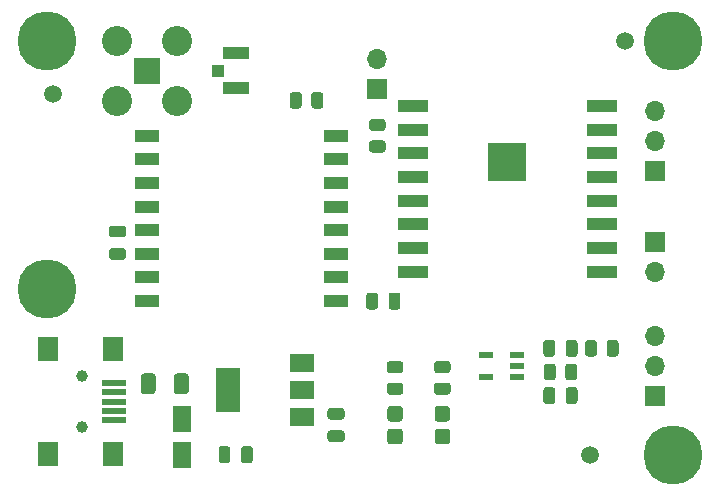
<source format=gbr>
%TF.GenerationSoftware,KiCad,Pcbnew,5.1.10-88a1d61d58~88~ubuntu20.04.1*%
%TF.CreationDate,2021-08-10T15:11:50-03:00*%
%TF.ProjectId,lora_end_device,6c6f7261-5f65-46e6-945f-646576696365,rev?*%
%TF.SameCoordinates,Original*%
%TF.FileFunction,Soldermask,Top*%
%TF.FilePolarity,Negative*%
%FSLAX46Y46*%
G04 Gerber Fmt 4.6, Leading zero omitted, Abs format (unit mm)*
G04 Created by KiCad (PCBNEW 5.1.10-88a1d61d58~88~ubuntu20.04.1) date 2021-08-10 15:11:50*
%MOMM*%
%LPD*%
G01*
G04 APERTURE LIST*
%ADD10R,2.000000X3.800000*%
%ADD11R,2.000000X1.500000*%
%ADD12C,1.500000*%
%ADD13C,5.000000*%
%ADD14O,1.700000X1.700000*%
%ADD15R,1.700000X1.700000*%
%ADD16R,1.600000X2.200000*%
%ADD17R,2.000000X0.500000*%
%ADD18R,1.700000X2.000000*%
%ADD19C,1.000000*%
%ADD20R,1.050000X1.000000*%
%ADD21R,2.200000X1.050000*%
%ADD22R,2.250000X2.250000*%
%ADD23C,2.550000*%
%ADD24R,1.200000X0.550000*%
%ADD25R,2.000000X1.000000*%
%ADD26R,2.600000X1.100000*%
%ADD27R,3.200000X3.200000*%
G04 APERTURE END LIST*
D10*
%TO.C,U3*%
X76350000Y-90500000D03*
D11*
X82650000Y-90500000D03*
X82650000Y-88200000D03*
X82650000Y-92800000D03*
%TD*%
D12*
%TO.C,FID3*%
X107000000Y-96000000D03*
%TD*%
%TO.C,FID2*%
X110000000Y-61000000D03*
%TD*%
D13*
%TO.C,H4*%
X114000000Y-96000000D03*
%TD*%
%TO.C,H3*%
X114000000Y-61000000D03*
%TD*%
%TO.C,H2*%
X61000000Y-61000000D03*
%TD*%
%TO.C,H1*%
X61000000Y-82000000D03*
%TD*%
D12*
%TO.C,FID1*%
X61500000Y-65500000D03*
%TD*%
D14*
%TO.C,J7*%
X112500000Y-85920000D03*
X112500000Y-88460000D03*
D15*
X112500000Y-91000000D03*
%TD*%
D16*
%TO.C,C1*%
X72500000Y-93000000D03*
X72500000Y-96000000D03*
%TD*%
%TO.C,C2*%
G36*
G01*
X103050000Y-87475000D02*
X103050000Y-86525000D01*
G75*
G02*
X103300000Y-86275000I250000J0D01*
G01*
X103800000Y-86275000D01*
G75*
G02*
X104050000Y-86525000I0J-250000D01*
G01*
X104050000Y-87475000D01*
G75*
G02*
X103800000Y-87725000I-250000J0D01*
G01*
X103300000Y-87725000D01*
G75*
G02*
X103050000Y-87475000I0J250000D01*
G01*
G37*
G36*
G01*
X104950000Y-87475000D02*
X104950000Y-86525000D01*
G75*
G02*
X105200000Y-86275000I250000J0D01*
G01*
X105700000Y-86275000D01*
G75*
G02*
X105950000Y-86525000I0J-250000D01*
G01*
X105950000Y-87475000D01*
G75*
G02*
X105700000Y-87725000I-250000J0D01*
G01*
X105200000Y-87725000D01*
G75*
G02*
X104950000Y-87475000I0J250000D01*
G01*
G37*
%TD*%
%TO.C,C3*%
G36*
G01*
X103050000Y-91475000D02*
X103050000Y-90525000D01*
G75*
G02*
X103300000Y-90275000I250000J0D01*
G01*
X103800000Y-90275000D01*
G75*
G02*
X104050000Y-90525000I0J-250000D01*
G01*
X104050000Y-91475000D01*
G75*
G02*
X103800000Y-91725000I-250000J0D01*
G01*
X103300000Y-91725000D01*
G75*
G02*
X103050000Y-91475000I0J250000D01*
G01*
G37*
G36*
G01*
X104950000Y-91475000D02*
X104950000Y-90525000D01*
G75*
G02*
X105200000Y-90275000I250000J0D01*
G01*
X105700000Y-90275000D01*
G75*
G02*
X105950000Y-90525000I0J-250000D01*
G01*
X105950000Y-91475000D01*
G75*
G02*
X105700000Y-91725000I-250000J0D01*
G01*
X105200000Y-91725000D01*
G75*
G02*
X104950000Y-91475000I0J250000D01*
G01*
G37*
%TD*%
%TO.C,C4*%
G36*
G01*
X77450000Y-96475000D02*
X77450000Y-95525000D01*
G75*
G02*
X77700000Y-95275000I250000J0D01*
G01*
X78200000Y-95275000D01*
G75*
G02*
X78450000Y-95525000I0J-250000D01*
G01*
X78450000Y-96475000D01*
G75*
G02*
X78200000Y-96725000I-250000J0D01*
G01*
X77700000Y-96725000D01*
G75*
G02*
X77450000Y-96475000I0J250000D01*
G01*
G37*
G36*
G01*
X75550000Y-96475000D02*
X75550000Y-95525000D01*
G75*
G02*
X75800000Y-95275000I250000J0D01*
G01*
X76300000Y-95275000D01*
G75*
G02*
X76550000Y-95525000I0J-250000D01*
G01*
X76550000Y-96475000D01*
G75*
G02*
X76300000Y-96725000I-250000J0D01*
G01*
X75800000Y-96725000D01*
G75*
G02*
X75550000Y-96475000I0J250000D01*
G01*
G37*
%TD*%
%TO.C,C5*%
G36*
G01*
X85025000Y-92050000D02*
X85975000Y-92050000D01*
G75*
G02*
X86225000Y-92300000I0J-250000D01*
G01*
X86225000Y-92800000D01*
G75*
G02*
X85975000Y-93050000I-250000J0D01*
G01*
X85025000Y-93050000D01*
G75*
G02*
X84775000Y-92800000I0J250000D01*
G01*
X84775000Y-92300000D01*
G75*
G02*
X85025000Y-92050000I250000J0D01*
G01*
G37*
G36*
G01*
X85025000Y-93950000D02*
X85975000Y-93950000D01*
G75*
G02*
X86225000Y-94200000I0J-250000D01*
G01*
X86225000Y-94700000D01*
G75*
G02*
X85975000Y-94950000I-250000J0D01*
G01*
X85025000Y-94950000D01*
G75*
G02*
X84775000Y-94700000I0J250000D01*
G01*
X84775000Y-94200000D01*
G75*
G02*
X85025000Y-93950000I250000J0D01*
G01*
G37*
%TD*%
%TO.C,C6*%
G36*
G01*
X66525000Y-78500000D02*
X67475000Y-78500000D01*
G75*
G02*
X67725000Y-78750000I0J-250000D01*
G01*
X67725000Y-79250000D01*
G75*
G02*
X67475000Y-79500000I-250000J0D01*
G01*
X66525000Y-79500000D01*
G75*
G02*
X66275000Y-79250000I0J250000D01*
G01*
X66275000Y-78750000D01*
G75*
G02*
X66525000Y-78500000I250000J0D01*
G01*
G37*
G36*
G01*
X66525000Y-76600000D02*
X67475000Y-76600000D01*
G75*
G02*
X67725000Y-76850000I0J-250000D01*
G01*
X67725000Y-77350000D01*
G75*
G02*
X67475000Y-77600000I-250000J0D01*
G01*
X66525000Y-77600000D01*
G75*
G02*
X66275000Y-77350000I0J250000D01*
G01*
X66275000Y-76850000D01*
G75*
G02*
X66525000Y-76600000I250000J0D01*
G01*
G37*
%TD*%
%TO.C,C7*%
G36*
G01*
X89050000Y-82525000D02*
X89050000Y-83475000D01*
G75*
G02*
X88800000Y-83725000I-250000J0D01*
G01*
X88300000Y-83725000D01*
G75*
G02*
X88050000Y-83475000I0J250000D01*
G01*
X88050000Y-82525000D01*
G75*
G02*
X88300000Y-82275000I250000J0D01*
G01*
X88800000Y-82275000D01*
G75*
G02*
X89050000Y-82525000I0J-250000D01*
G01*
G37*
G36*
G01*
X90950000Y-82525000D02*
X90950000Y-83475000D01*
G75*
G02*
X90700000Y-83725000I-250000J0D01*
G01*
X90200000Y-83725000D01*
G75*
G02*
X89950000Y-83475000I0J250000D01*
G01*
X89950000Y-82525000D01*
G75*
G02*
X90200000Y-82275000I250000J0D01*
G01*
X90700000Y-82275000D01*
G75*
G02*
X90950000Y-82525000I0J-250000D01*
G01*
G37*
%TD*%
%TO.C,D1*%
G36*
G01*
X73025000Y-89375000D02*
X73025000Y-90625000D01*
G75*
G02*
X72775000Y-90875000I-250000J0D01*
G01*
X72025000Y-90875000D01*
G75*
G02*
X71775000Y-90625000I0J250000D01*
G01*
X71775000Y-89375000D01*
G75*
G02*
X72025000Y-89125000I250000J0D01*
G01*
X72775000Y-89125000D01*
G75*
G02*
X73025000Y-89375000I0J-250000D01*
G01*
G37*
G36*
G01*
X70225000Y-89375000D02*
X70225000Y-90625000D01*
G75*
G02*
X69975000Y-90875000I-250000J0D01*
G01*
X69225000Y-90875000D01*
G75*
G02*
X68975000Y-90625000I0J250000D01*
G01*
X68975000Y-89375000D01*
G75*
G02*
X69225000Y-89125000I250000J0D01*
G01*
X69975000Y-89125000D01*
G75*
G02*
X70225000Y-89375000I0J-250000D01*
G01*
G37*
%TD*%
%TO.C,D2*%
G36*
G01*
X94900000Y-95125000D02*
X94100000Y-95125000D01*
G75*
G02*
X93850000Y-94875000I0J250000D01*
G01*
X93850000Y-94050000D01*
G75*
G02*
X94100000Y-93800000I250000J0D01*
G01*
X94900000Y-93800000D01*
G75*
G02*
X95150000Y-94050000I0J-250000D01*
G01*
X95150000Y-94875000D01*
G75*
G02*
X94900000Y-95125000I-250000J0D01*
G01*
G37*
G36*
G01*
X94900000Y-93200000D02*
X94100000Y-93200000D01*
G75*
G02*
X93850000Y-92950000I0J250000D01*
G01*
X93850000Y-92125000D01*
G75*
G02*
X94100000Y-91875000I250000J0D01*
G01*
X94900000Y-91875000D01*
G75*
G02*
X95150000Y-92125000I0J-250000D01*
G01*
X95150000Y-92950000D01*
G75*
G02*
X94900000Y-93200000I-250000J0D01*
G01*
G37*
%TD*%
%TO.C,D3*%
G36*
G01*
X90900000Y-93200000D02*
X90100000Y-93200000D01*
G75*
G02*
X89850000Y-92950000I0J250000D01*
G01*
X89850000Y-92125000D01*
G75*
G02*
X90100000Y-91875000I250000J0D01*
G01*
X90900000Y-91875000D01*
G75*
G02*
X91150000Y-92125000I0J-250000D01*
G01*
X91150000Y-92950000D01*
G75*
G02*
X90900000Y-93200000I-250000J0D01*
G01*
G37*
G36*
G01*
X90900000Y-95125000D02*
X90100000Y-95125000D01*
G75*
G02*
X89850000Y-94875000I0J250000D01*
G01*
X89850000Y-94050000D01*
G75*
G02*
X90100000Y-93800000I250000J0D01*
G01*
X90900000Y-93800000D01*
G75*
G02*
X91150000Y-94050000I0J-250000D01*
G01*
X91150000Y-94875000D01*
G75*
G02*
X90900000Y-95125000I-250000J0D01*
G01*
G37*
%TD*%
D17*
%TO.C,J1*%
X66700000Y-89900000D03*
X66700000Y-90700000D03*
X66700000Y-91500000D03*
X66700000Y-92300000D03*
X66700000Y-93100000D03*
D18*
X66600000Y-87050000D03*
X61150000Y-87050000D03*
X66600000Y-95950000D03*
X61150000Y-95950000D03*
D19*
X64000000Y-89300000D03*
X64000000Y-93700000D03*
%TD*%
D20*
%TO.C,J2*%
X75475000Y-63500000D03*
D21*
X77000000Y-62025000D03*
X77000000Y-64975000D03*
%TD*%
D22*
%TO.C,J3*%
X69500000Y-63500000D03*
D23*
X72040000Y-66040000D03*
X66960000Y-66040000D03*
X66960000Y-60960000D03*
X72040000Y-60960000D03*
%TD*%
D15*
%TO.C,J4*%
X112500000Y-72000000D03*
D14*
X112500000Y-69460000D03*
X112500000Y-66920000D03*
%TD*%
%TO.C,J5*%
X89000000Y-62460000D03*
D15*
X89000000Y-65000000D03*
%TD*%
%TO.C,J6*%
X112500000Y-78000000D03*
D14*
X112500000Y-80540000D03*
%TD*%
%TO.C,R1*%
G36*
G01*
X106575000Y-87450001D02*
X106575000Y-86549999D01*
G75*
G02*
X106824999Y-86300000I249999J0D01*
G01*
X107350001Y-86300000D01*
G75*
G02*
X107600000Y-86549999I0J-249999D01*
G01*
X107600000Y-87450001D01*
G75*
G02*
X107350001Y-87700000I-249999J0D01*
G01*
X106824999Y-87700000D01*
G75*
G02*
X106575000Y-87450001I0J249999D01*
G01*
G37*
G36*
G01*
X108400000Y-87450001D02*
X108400000Y-86549999D01*
G75*
G02*
X108649999Y-86300000I249999J0D01*
G01*
X109175001Y-86300000D01*
G75*
G02*
X109425000Y-86549999I0J-249999D01*
G01*
X109425000Y-87450001D01*
G75*
G02*
X109175001Y-87700000I-249999J0D01*
G01*
X108649999Y-87700000D01*
G75*
G02*
X108400000Y-87450001I0J249999D01*
G01*
G37*
%TD*%
%TO.C,R2*%
G36*
G01*
X104900000Y-89450001D02*
X104900000Y-88549999D01*
G75*
G02*
X105149999Y-88300000I249999J0D01*
G01*
X105675001Y-88300000D01*
G75*
G02*
X105925000Y-88549999I0J-249999D01*
G01*
X105925000Y-89450001D01*
G75*
G02*
X105675001Y-89700000I-249999J0D01*
G01*
X105149999Y-89700000D01*
G75*
G02*
X104900000Y-89450001I0J249999D01*
G01*
G37*
G36*
G01*
X103075000Y-89450001D02*
X103075000Y-88549999D01*
G75*
G02*
X103324999Y-88300000I249999J0D01*
G01*
X103850001Y-88300000D01*
G75*
G02*
X104100000Y-88549999I0J-249999D01*
G01*
X104100000Y-89450001D01*
G75*
G02*
X103850001Y-89700000I-249999J0D01*
G01*
X103324999Y-89700000D01*
G75*
G02*
X103075000Y-89450001I0J249999D01*
G01*
G37*
%TD*%
%TO.C,R3*%
G36*
G01*
X83400000Y-66450001D02*
X83400000Y-65549999D01*
G75*
G02*
X83649999Y-65300000I249999J0D01*
G01*
X84175001Y-65300000D01*
G75*
G02*
X84425000Y-65549999I0J-249999D01*
G01*
X84425000Y-66450001D01*
G75*
G02*
X84175001Y-66700000I-249999J0D01*
G01*
X83649999Y-66700000D01*
G75*
G02*
X83400000Y-66450001I0J249999D01*
G01*
G37*
G36*
G01*
X81575000Y-66450001D02*
X81575000Y-65549999D01*
G75*
G02*
X81824999Y-65300000I249999J0D01*
G01*
X82350001Y-65300000D01*
G75*
G02*
X82600000Y-65549999I0J-249999D01*
G01*
X82600000Y-66450001D01*
G75*
G02*
X82350001Y-66700000I-249999J0D01*
G01*
X81824999Y-66700000D01*
G75*
G02*
X81575000Y-66450001I0J249999D01*
G01*
G37*
%TD*%
%TO.C,R4*%
G36*
G01*
X94049999Y-88075000D02*
X94950001Y-88075000D01*
G75*
G02*
X95200000Y-88324999I0J-249999D01*
G01*
X95200000Y-88850001D01*
G75*
G02*
X94950001Y-89100000I-249999J0D01*
G01*
X94049999Y-89100000D01*
G75*
G02*
X93800000Y-88850001I0J249999D01*
G01*
X93800000Y-88324999D01*
G75*
G02*
X94049999Y-88075000I249999J0D01*
G01*
G37*
G36*
G01*
X94049999Y-89900000D02*
X94950001Y-89900000D01*
G75*
G02*
X95200000Y-90149999I0J-249999D01*
G01*
X95200000Y-90675001D01*
G75*
G02*
X94950001Y-90925000I-249999J0D01*
G01*
X94049999Y-90925000D01*
G75*
G02*
X93800000Y-90675001I0J249999D01*
G01*
X93800000Y-90149999D01*
G75*
G02*
X94049999Y-89900000I249999J0D01*
G01*
G37*
%TD*%
%TO.C,R5*%
G36*
G01*
X90049999Y-89900000D02*
X90950001Y-89900000D01*
G75*
G02*
X91200000Y-90149999I0J-249999D01*
G01*
X91200000Y-90675001D01*
G75*
G02*
X90950001Y-90925000I-249999J0D01*
G01*
X90049999Y-90925000D01*
G75*
G02*
X89800000Y-90675001I0J249999D01*
G01*
X89800000Y-90149999D01*
G75*
G02*
X90049999Y-89900000I249999J0D01*
G01*
G37*
G36*
G01*
X90049999Y-88075000D02*
X90950001Y-88075000D01*
G75*
G02*
X91200000Y-88324999I0J-249999D01*
G01*
X91200000Y-88850001D01*
G75*
G02*
X90950001Y-89100000I-249999J0D01*
G01*
X90049999Y-89100000D01*
G75*
G02*
X89800000Y-88850001I0J249999D01*
G01*
X89800000Y-88324999D01*
G75*
G02*
X90049999Y-88075000I249999J0D01*
G01*
G37*
%TD*%
%TO.C,R6*%
G36*
G01*
X89450001Y-70425000D02*
X88549999Y-70425000D01*
G75*
G02*
X88300000Y-70175001I0J249999D01*
G01*
X88300000Y-69649999D01*
G75*
G02*
X88549999Y-69400000I249999J0D01*
G01*
X89450001Y-69400000D01*
G75*
G02*
X89700000Y-69649999I0J-249999D01*
G01*
X89700000Y-70175001D01*
G75*
G02*
X89450001Y-70425000I-249999J0D01*
G01*
G37*
G36*
G01*
X89450001Y-68600000D02*
X88549999Y-68600000D01*
G75*
G02*
X88300000Y-68350001I0J249999D01*
G01*
X88300000Y-67824999D01*
G75*
G02*
X88549999Y-67575000I249999J0D01*
G01*
X89450001Y-67575000D01*
G75*
G02*
X89700000Y-67824999I0J-249999D01*
G01*
X89700000Y-68350001D01*
G75*
G02*
X89450001Y-68600000I-249999J0D01*
G01*
G37*
%TD*%
D24*
%TO.C,U2*%
X100800100Y-89450000D03*
X100800100Y-88500000D03*
X100800100Y-87550000D03*
X98199900Y-87550000D03*
X98199900Y-89450000D03*
%TD*%
D25*
%TO.C,U4*%
X85500000Y-83000000D03*
X85500000Y-81000000D03*
X85500000Y-79000000D03*
X85500000Y-77000000D03*
X85500000Y-75000000D03*
X85500000Y-73000000D03*
X85500000Y-71000000D03*
X85500000Y-69000000D03*
X69500000Y-69000000D03*
X69500000Y-71000000D03*
X69500000Y-73000000D03*
X69500000Y-75000000D03*
X69500000Y-77000000D03*
X69500000Y-79000000D03*
X69500000Y-81000000D03*
X69500000Y-83000000D03*
%TD*%
D26*
%TO.C,U5*%
X92000000Y-66500000D03*
X92000000Y-68500000D03*
X92000000Y-70500000D03*
X92000000Y-72500000D03*
X92000000Y-74500000D03*
X92000000Y-76500000D03*
X92000000Y-78500000D03*
X92000000Y-80500000D03*
X108000000Y-80500000D03*
X108000000Y-78500000D03*
X108000000Y-76500000D03*
X108000000Y-74500000D03*
X108000000Y-72500000D03*
X108000000Y-70500000D03*
X108000000Y-68500000D03*
X108000000Y-66500000D03*
D27*
X100000000Y-71200000D03*
%TD*%
M02*

</source>
